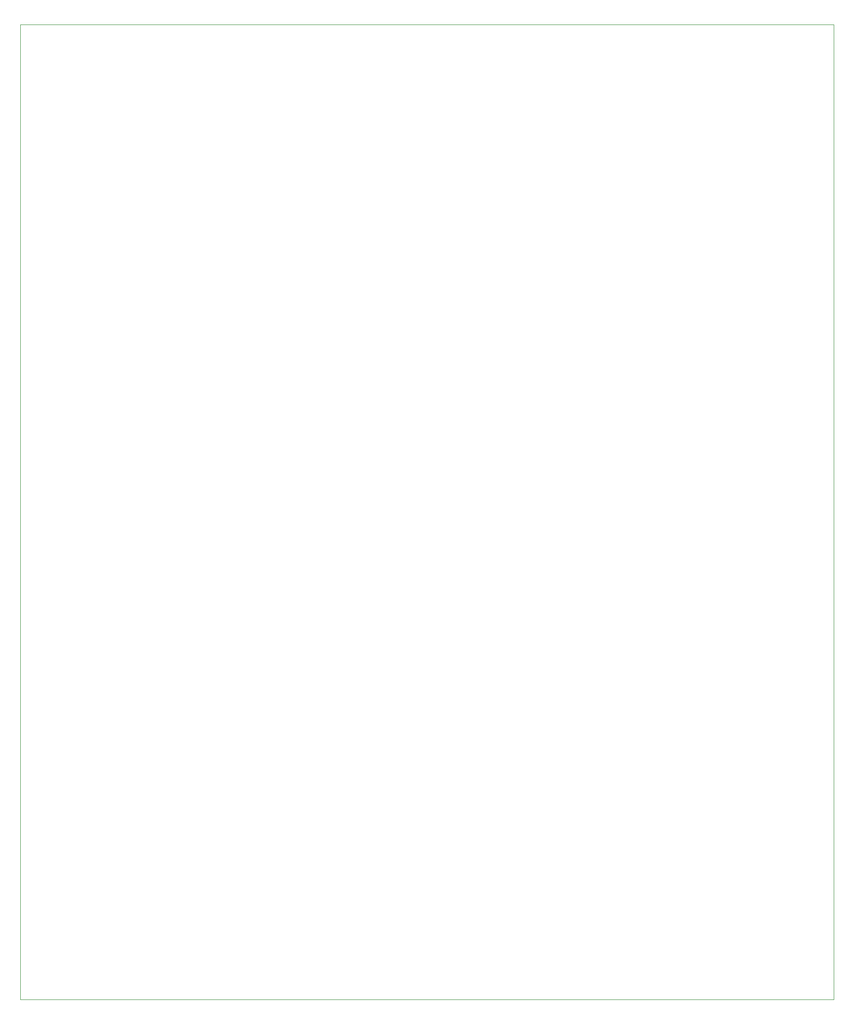
<source format=gm1>
%TF.GenerationSoftware,KiCad,Pcbnew,9.0.0*%
%TF.CreationDate,2025-03-15T21:38:37+01:00*%
%TF.ProjectId,DMH_Dual_VCF_Diode_Ladder_Mk2_PCB_1,444d485f-4475-4616-9c5f-5643465f4469,1*%
%TF.SameCoordinates,Original*%
%TF.FileFunction,Profile,NP*%
%FSLAX46Y46*%
G04 Gerber Fmt 4.6, Leading zero omitted, Abs format (unit mm)*
G04 Created by KiCad (PCBNEW 9.0.0) date 2025-03-15 21:38:37*
%MOMM*%
%LPD*%
G01*
G04 APERTURE LIST*
%TA.AperFunction,Profile*%
%ADD10C,0.050000*%
%TD*%
G04 APERTURE END LIST*
D10*
X27000000Y-42500000D02*
X173000000Y-42500000D01*
X173000000Y-217500000D01*
X27000000Y-217500000D01*
X27000000Y-42500000D01*
M02*

</source>
